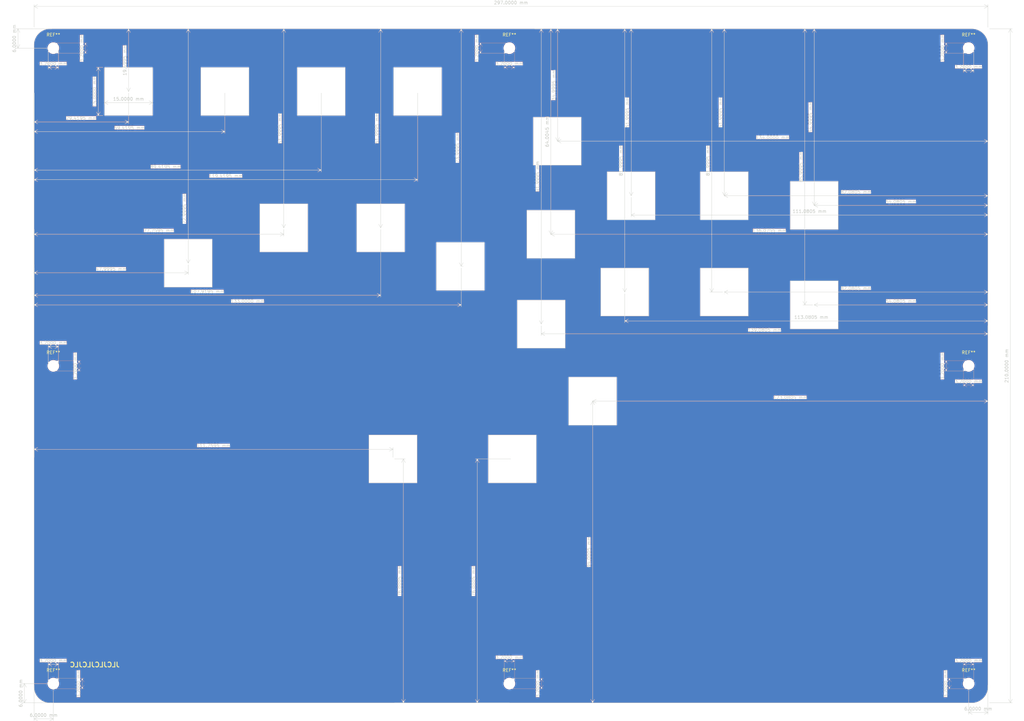
<source format=kicad_pcb>
(kicad_pcb (version 20241229) (generator "pcbnew") (generator_version "9.0")
  (layers (0 "F.Cu" signal) (2 "B.Cu" signal) (13 "F.Paste" user) (15 "B.Paste" user) (5 "F.SilkS" user "F.Silkscreen") (7 "B.SilkS" user "B.Silkscreen") (1 "F.Mask" user) (3 "B.Mask" user) (25 "Edge.Cuts" user))
  (net 0 "")
  (net 1 "GND")
  (footprint "MountingHole:MountingHole_3.2mm_M3" (layer "F.Cu") (at 341 234)
    (property "Reference" "REF**" (at 0 -4.15 0) (layer "F.SilkS"))
    (property "Value" "MountingHole_3.2mm_M3")
    (pad "" np_thru_hole circle (at 0 0) (size 3.2 3.2) (drill 3.2) (layers "*.Cu" "*.Mask"))
  )
  (footprint "MountingHole:MountingHole_3.2mm_M3" (layer "F.Cu") (at 56 36)
    (property "Reference" "REF**" (at 0 -4.15 0) (layer "F.SilkS"))
    (property "Value" "MountingHole_3.2mm_M3")
    (pad "" np_thru_hole circle (at 0 0) (size 3.2 3.2) (drill 3.2) (layers "*.Cu" "*.Mask"))
  )
  (footprint "MountingHole:MountingHole_3.2mm_M3" (layer "F.Cu") (at 56 135)
    (property "Reference" "REF**" (at 0 -4.15 0) (layer "F.SilkS"))
    (property "Value" "MountingHole_3.2mm_M3")
    (pad "" np_thru_hole circle (at 0 0) (size 3.2 3.2) (drill 3.2) (layers "*.Cu" "*.Mask"))
  )
  (footprint "MountingHole:MountingHole_3.2mm_M3" (layer "F.Cu") (at 198 36)
    (property "Reference" "REF**" (at 0 -4.15 0) (layer "F.SilkS"))
    (property "Value" "MountingHole_3.2mm_M3" (hide yes))
    (pad "" np_thru_hole circle (at 0 0) (size 3.2 3.2) (drill 3.2) (layers "*.Cu" "*.Mask"))
  )
  (footprint "MountingHole:MountingHole_3.2mm_M3" (layer "F.Cu") (at 56 234)
    (property "Reference" "REF**" (at 0 -4.15 0) (layer "F.SilkS"))
    (property "Value" "MountingHole_3.2mm_M3")
    (pad "" np_thru_hole circle (at 0 0) (size 3.2 3.2) (drill 3.2) (layers "*.Cu" "*.Mask"))
  )
  (footprint "MountingHole:MountingHole_3.2mm_M3" (layer "F.Cu") (at 341 36)
    (property "Reference" "REF**" (at 0 -4.15 0) (layer "F.SilkS"))
    (property "Value" "MountingHole_3.2mm_M3")
    (pad "" np_thru_hole circle (at 0 0) (size 3.2 3.2) (drill 3.2) (layers "*.Cu" "*.Mask"))
  )
  (footprint "MountingHole:MountingHole_3.2mm_M3" (layer "F.Cu") (at 341 135)
    (property "Reference" "REF**" (at 0 -4.15 0) (layer "F.SilkS"))
    (property "Value" "MountingHole_3.2mm_M3")
    (pad "" np_thru_hole circle (at 0 0) (size 3.2 3.2) (drill 3.2) (layers "*.Cu" "*.Mask"))
  )
  (footprint "MountingHole:MountingHole_3.2mm_M3" (layer "F.Cu") (at 198 234)
    (property "Reference" "REF**" (at 0 -4.15 0) (layer "F.SilkS"))
    (property "Value" "MountingHole_3.2mm_M3")
    (pad "" np_thru_hole circle (at 0 0) (size 3.2 3.2) (drill 3.2) (layers "*.Cu" "*.Mask"))
  )
  (gr_arc (start 50 35) (mid 51.464466 31.464466) (end 55 30) (stroke (width 0.1)) (layer "Edge.Cuts"))
  (gr_arc (start 342 30) (mid 345.535534 31.464466) (end 347 35) (stroke (width 0.1)) (layer "Edge.Cuts"))
  (gr_arc (start 55 240) (mid 51.464466 238.535534) (end 50 235) (stroke (width 0.1)) (layer "Edge.Cuts"))
  (gr_rect (start 257.419466 74.499466) (end 272.419466 89.499466) (stroke (width 0.1)) (fill no) (layer "Edge.Cuts"))
  (gr_rect (start 154.259466 156.499466) (end 169.259466 171.499466) (stroke (width 0.1)) (fill no) (layer "Edge.Cuts"))
  (gr_circle (center 341 36) (end 342.6 36) (stroke (width 0.05)) (fill no) (layer "Edge.Cuts"))
  (gr_rect (start 71.919466 41.999466) (end 86.919466 56.999466) (stroke (width 0.1)) (fill no) (layer "Edge.Cuts"))
  (gr_rect (start 226.419466 104.499466) (end 241.419466 119.499466) (stroke (width 0.1)) (fill no) (layer "Edge.Cuts"))
  (gr_rect (start 191.419466 156.499466) (end 206.419466 171.499466) (stroke (width 0.1)) (fill no) (layer "Edge.Cuts"))
  (gr_rect (start 228.419466 74.499466) (end 243.419466 89.499466) (stroke (width 0.1)) (fill no) (layer "Edge.Cuts"))
  (gr_circle (center 341 135) (end 342.6 135) (stroke (width 0.05)) (fill no) (layer "Edge.Cuts"))
  (gr_rect (start 285.419466 108.499466) (end 300.419466 123.499466) (stroke (width 0.1)) (fill no) (layer "Edge.Cuts"))
  (gr_rect (start 216.419466 138.499466) (end 231.419466 153.499466) (stroke (width 0.1)) (fill no) (layer "Edge.Cuts"))
  (gr_rect (start 205.414466 57.499466) (end 220.414466 72.499466) (stroke (width 0.1)) (fill no) (layer "Edge.Cuts"))
  (gr_circle (center 198 234) (end 199.6 234) (stroke (width 0.05)) (fill no) (layer "Edge.Cuts"))
  (gr_rect (start 101.919466 41.999466) (end 116.919466 56.999466) (stroke (width 0.1)) (fill no) (layer "Edge.Cuts"))
  (gr_circle (center 56 36) (end 57.6 36) (stroke (width 0.1)) (fill no) (layer "Edge.Cuts"))
  (gr_circle (center 56 135) (end 57.6 135) (stroke (width 0.1)) (fill no) (layer "Edge.Cuts"))
  (gr_circle (center 198 36) (end 199.6 36) (stroke (width 0.05)) (fill no) (layer "Edge.Cuts"))
  (gr_rect (start 150.419466 84.499466) (end 165.419466 99.499466) (stroke (width 0.1)) (fill no) (layer "Edge.Cuts"))
  (gr_arc (start 347 235) (mid 345.535534 238.535534) (end 342 240) (stroke (width 0.1)) (layer "Edge.Cuts"))
  (gr_circle (center 56 234) (end 57.6 234) (stroke (width 0.05)) (fill no) (layer "Edge.Cuts"))
  (gr_rect (start 200.419466 114.499466) (end 215.419466 129.499466) (stroke (width 0.1)) (fill no) (layer "Edge.Cuts"))
  (gr_rect (start 131.919466 41.999466) (end 146.919466 56.999466) (stroke (width 0.1)) (fill no) (layer "Edge.Cuts"))
  (gr_rect (start 175.259466 96.499466) (end 190.259466 111.499466) (stroke (width 0.1)) (fill no) (layer "Edge.Cuts"))
  (gr_line (start 347 235) (end 347 35) (stroke (width 0.1)) (layer "Edge.Cuts"))
  (gr_rect (start 285.419466 77.499466) (end 300.419466 92.499466) (stroke (width 0.1)) (fill no) (layer "Edge.Cuts"))
  (gr_rect (start 203.424466 86.504466) (end 218.424466 101.504466) (stroke (width 0.1)) (fill no) (layer "Edge.Cuts"))
  (gr_rect (start 161.919466 41.999466) (end 176.919466 56.999466) (stroke (width 0.1)) (fill no) (layer "Edge.Cuts"))
  (gr_rect (start 257.419466 104.499466) (end 272.419466 119.499466) (stroke (width 0.1)) (fill no) (layer "Edge.Cuts"))
  (gr_line (start 342 30) (end 55 30) (stroke (width 0.1)) (layer "Edge.Cuts"))
  (gr_rect (start 90.499466 95.499466) (end 105.499466 110.499466) (stroke (width 0.1)) (fill no) (layer "Edge.Cuts"))
  (gr_circle (center 341 234) (end 342.6 234) (stroke (width 0.05)) (fill no) (layer "Edge.Cuts"))
  (gr_rect (start 120.259466 84.499466) (end 135.259466 99.499466) (stroke (width 0.1)) (fill no) (layer "Edge.Cuts"))
  (gr_line (start 50 235) (end 50 35) (stroke (width 0.1)) (layer "Edge.Cuts"))
  (gr_line (start 342 240) (end 55 240) (stroke (width 0.1)) (layer "Edge.Cuts"))
  (gr_text "JLCJLCJLCJLC" (at 61 229 0) (layer "F.SilkS") (effects (font (size 1.5 1.5) (thickness 0.3) (bold yes)) (justify right bottom mirror)))
  (dimension (type aligned) (layer "Edge.Cuts") (pts (xy 347 30) (xy 347 240)) (height -7) (format (prefix "") (suffix "") (units 3) (units_format 1) (precision 4)) (style (thickness 0.1) (arrow_length 1.27) (text_position_mode 0) (arrow_direction outward) (extension_height 0.58642) (extension_offset 0.5) (keep_text_aligned yes)) (gr_text "210.0000 mm" (at 352.85 135 90) (layer "Edge.Cuts") (effects (font (size 1 1) (thickness 0.15)))))
  (dimension (type aligned) (layer "Edge.Cuts") (pts (xy 347 30) (xy 50 30)) (height 7) (format (prefix "") (suffix "") (units 3) (units_format 1) (precision 4)) (style (thickness 0.1) (arrow_length 1.27) (text_position_mode 0) (arrow_direction outward) (extension_height 0.58642) (extension_offset 0.5) (keep_text_aligned yes)) (gr_text "297.0000 mm" (at 198.5 21.85 0) (layer "Edge.Cuts") (effects (font (size 1 1) (thickness 0.15)))))
  (dimension (type orthogonal) (layer "Edge.Cuts") (pts (xy 264.919466 81.999466) (xy 347 81.999466)) (height 0) (orientation 0) (format (prefix "") (suffix "") (units 3) (units_format 1) (precision 4)) (style (thickness 0.1) (arrow_length 1.27) (text_position_mode 0) (arrow_direction outward) (extension_height 0.58642) (extension_offset 0.5) (keep_text_aligned yes)) (gr_text "82.0805 mm" (at 305.959733 80.849466 0) (layer "Edge.Cuts") (effects (font (size 1 1) (thickness 0.15)))))
  (dimension (type orthogonal) (layer "Edge.Cuts") (pts (xy 341 34.4) (xy 341 37.6)) (height -7) (orientation 1) (format (prefix "") (suffix "") (units 3) (units_format 1) (precision 4)) (style (thickness 0.05) (arrow_length 1.27) (text_position_mode 0) (arrow_direction outward) (extension_height 0.58642) (extension_offset 0.5) (keep_text_aligned yes)) (gr_text "3.2000 mm" (at 332.85 36 90) (layer "Edge.Cuts") (effects (font (size 1 1) (thickness 0.15)))))
  (dimension (type orthogonal) (layer "Edge.Cuts") (pts (xy 169.419466 49.499466) (xy 50 49.499466)) (height 27.500534) (orientation 0) (format (prefix "") (suffix "") (units 3) (units_format 1) (precision 4)) (style (thickness 0.1) (arrow_length 1.27) (text_position_mode 0) (arrow_direction outward) (extension_height 0.58642) (extension_offset 0.5) (keep_text_aligned yes)) (gr_text "119.4195 mm" (at 109.709733 75.85 0) (layer "Edge.Cuts") (effects (font (size 1 1) (thickness 0.15)))))
  (dimension (type orthogonal) (layer "Edge.Cuts") (pts (xy 56 234) (xy 56 240)) (height -9) (orientation 1) (format (prefix "") (suffix "") (units 3) (units_format 1) (precision 4)) (style (thickness 0.1) (arrow_length 1.27) (text_position_mode 0) (arrow_direction outward) (extension_height 0.58642) (extension_offset 0.5) (keep_text_aligned yes)) (gr_text "6.0000 mm" (at 45.85 237 90) (layer "Edge.Cuts") (effects (font (size 1 1) (thickness 0.15)))))
  (dimension (type orthogonal) (layer "Edge.Cuts") (pts (xy 161.759466 163.999466) (xy 50 163.999466)) (height -2.999466) (orientation 0) (format (prefix "") (suffix "") (units 3) (units_format 1) (precision 4)) (style (thickness 0.1) (arrow_length 1.27) (text_position_mode 0) (arrow_direction outward) (extension_height 0.58642) (extension_offset 0.5) (keep_text_aligned yes)) (gr_text "111.7595 mm" (at 105.879733 159.85 0) (layer "Edge.Cuts") (effects (font (size 1 1) (thickness 0.15)))))
  (dimension (type orthogonal) (layer "Edge.Cuts") (pts (xy 210.924466 94.004466) (xy 210.924466 30)) (height 0) (orientation 1) (format (prefix "") (suffix "") (units 3) (units_format 1) (precision 4)) (style (thickness 0.1) (arrow_length 1.27) (text_position_mode 0) (arrow_direction outward) (extension_height 0.58642) (extension_offset 0.5) (keep_text_aligned yes)) (gr_text "64.0045 mm" (at 209.774466 62.002233 90) (layer "Edge.Cuts") (effects (font (size 1 1) (thickness 0.15)))))
  (dimension (type orthogonal) (layer "Edge.Cuts") (pts (xy 182.759466 103.999466) (xy 183 30)) (height 0.240534) (orientation 1) (format (prefix "") (suffix "") (units 3) (units_format 1) (precision 4)) (style (thickness 0.1) (arrow_length 1.27) (text_position_mode 0) (arrow_direction outward) (extension_height 0.58642) (extension_offset 0.5) (keep_text_aligned yes)) (gr_text "73.9995 mm" (at 181.85 66.999733 90) (layer "Edge.Cuts") (effects (font (size 1 1) (thickness 0.15)))))
  (dimension (type orthogonal) (layer "Edge.Cuts") (pts (xy 341 234) (xy 347 234)) (height 9) (orientation 0) (format (prefix "") (suffix "") (units 3) (units_format 1) (precision 4)) (style (thickness 0.1) (arrow_length 1.27) (text_position_mode 0) (arrow_direction outward) (extension_height 0.58642) (extension_offset 0.5) (keep_text_aligned yes)) (gr_text "6.0000 mm" (at 344 241.85 0) (layer "Edge.Cuts") (effects (font (size 1 1) (thickness 0.15)))))
  (dimension (type orthogonal) (layer "Edge.Cuts") (pts (xy 56 234) (xy 50 234)) (height 11) (orientation 0) (format (prefix "") (suffix "") (units 3) (units_format 1) (precision 4)) (style (thickness 0.1) (arrow_length 1.27) (text_position_mode 0) (arrow_direction outward) (extension_height 0.58642) (extension_offset 0.5) (keep_text_aligned yes)) (gr_text "6.0000 mm" (at 53 243.85 0) (layer "Edge.Cuts") (effects (font (size 1 1) (thickness 0.15)))))
  (dimension (type orthogonal) (layer "Edge.Cuts") (pts (xy 212.914466 64.999466) (xy 212.914466 30)) (height 0.085534) (orientation 1) (format (prefix "") (suffix "") (units 3) (units_format 1) (precision 4)) (style (thickness 0.1) (arrow_length 1.27) (text_position_mode 0) (arrow_direction outward) (extension_height 0.58642) (extension_offset 0.5) (keep_text_aligned yes)) (gr_text "34.9995 mm" (at 211.85 47.499733 90) (layer "Edge.Cuts") (effects (font (size 1 1) (thickness 0.15)))))
  (dimension (type orthogonal) (layer "Edge.Cuts") (pts (xy 79.419466 49.499466) (xy 79.419466 30)) (height 0) (orientation 1) (format (prefix "") (suffix "") (units 3) (units_format 1) (precision 4)) (style (thickness 0.1) (arrow_length 1.27) (text_position_mode 0) (arrow_direction outward) (extension_height 0.58642) (extension_offset 0.5) (keep_text_aligned yes)) (gr_text "19.4995 mm" (at 78.269466 39.749733 90) (layer "Edge.Cuts") (effects (font (size 1 1) (thickness 0.15)))))
  (dimension (type orthogonal) (layer "Edge.Cuts") (pts (xy 71.919466 41.999466) (xy 86.919466 41.999466)) (height 11.000534) (orientation 0) (format (prefix "") (suffix "") (units 3) (units_format 1) (precision 4)) (style (thickness 0.1) (arrow_length 1.27) (text_position_mode 0) (arrow_direction outward) (extension_height 0.58642) (extension_offset 0.5) (keep_text_aligned yes)) (gr_text "15.0000 mm" (at 79.419466 51.85 0) (layer "Edge.Cuts") (effects (font (size 1 1) (thickness 0.15)))))
  (dimension (type orthogonal) (layer "Edge.Cuts") (pts (xy 233.919466 111.999466) (xy 234 30)) (height 0) (orientation 1) (format (prefix "") (suffix "") (units 3) (units_format 1) (precision 4)) (style (thickness 0.1) (arrow_length 1.27) (text_position_mode 0) (arrow_direction outward) (extension_height 0.58642) (extension_offset 0.5) (keep_text_aligned yes)) (gr_text "81.9995 mm" (at 232.769466 70.999733 90) (layer "Edge.Cuts") (effects (font (size 1 1) (thickness 0.15)))))
  (dimension (type orthogonal) (layer "Edge.Cuts") (pts (xy 235.919466 81.999466) (xy 347 81.999466)) (height 6.000534) (orientation 0) (format (prefix "") (suffix "") (units 3) (units_format 1) (precision 4)) (style (thickness 0.1) (arrow_length 1.27) (text_position_mode 0) (arrow_direction outward) (extension_height 0.58642) (extension_offset 0.5) (keep_text_aligned yes)) (gr_text "111.0805 mm" (at 291.459733 86.85 0) (layer "Edge.Cuts") (effects (font (size 1 1) (thickness 0.15)))))
  (dimension (type orthogonal) (layer "Edge.Cuts") (pts (xy 50 49.499466) (xy 79.419466 49.499466)) (height 9.500534) (orientation 0) (format (prefix "") (suffix "") (units 3) (units_format 1) (precision 4)) (style (thickness 0.1) (arrow_length 1.27) (text_position_mode 0) (arrow_direction outward) (extension_height 0.58642) (extension_offset 0.5) (keep_text_aligned yes)) (gr_text "29.4195 mm" (at 64.709733 57.85 0) (layer "Edge.Cuts") (effects (font (size 1 1) (thickness 0.15)))))
  (dimension (type orthogonal) (layer "Edge.Cuts") (pts (xy 198.919466 163.999466) (xy 198.5 240)) (height -10.919466) (orientation 1) (format (prefix "") (suffix "") (units 3) (units_format 1) (precision 4)) (style (thickness 0.1) (arrow_length 1.27) (text_position_mode 0) (arrow_direction outward) (extension_height 0.58642) (extension_offset 0.5) (keep_text_aligned yes)) (gr_text "76.0005 mm" (at 186.85 201.999733 90) (layer "Edge.Cuts") (effects (font (size 1 1) (thickness 0.15)))))
  (dimension (type orthogonal) (layer "Edge.Cuts") (pts (xy 339.4 234) (xy 342.6 234)) (height -6) (orientation 0) (format (prefix "") (suffix "") (units 3) (units_format 1) (precision 4)) (style (thickness 0.05) (arrow_length 1.27) (text_position_mode 0) (arrow_direction outward) (extension_height 0.58642) (extension_offset 0.5) (keep_text_aligned yes)) (gr_text "3.2000 mm" (at 341 226.85 0) (layer "Edge.Cuts") (effects (font (size 1 1) (thickness 0.15)))))
  (dimension (type orthogonal) (layer "Edge.Cuts") (pts (xy 56 136.6) (xy 56 133.4)) (height 8) (orientation 1) (format (prefix "") (suffix "") (units 3) (units_format 1) (precision 4)) (style (thickness 0.05) (arrow_length 1.27) (text_position_mode 0) (arrow_direction outward) (extension_height 0.58642) (extension_offset 0.5) (keep_text_aligned yes)) (gr_text "3.2000 mm" (at 62.85 135 90) (layer "Edge.Cuts") (effects (font (size 1 1) (thickness 0.15)))))
  (dimension (type orthogonal) (layer "Edge.Cuts") (pts (xy 56 34.4) (xy 56 37.6)) (height 10) (orientation 1) (format (prefix "") (suffix "") (units 3) (units_format 1) (precision 4)) (style (thickness 0.05) (arrow_length 1.27) (text_position_mode 0) (arrow_direction outward) (extension_height 0.58642) (extension_offset 0.5) (keep_text_aligned yes)) (gr_text "3.2000 mm" (at 64.85 36 90) (layer "Edge.Cuts") (effects (font (size 1 1) (thickness 0.15)))))
  (dimension (type orthogonal) (layer "Edge.Cuts") (pts (xy 213 64.999466) (xy 347 64.999466)) (height 0) (orientation 0) (format (prefix "") (suffix "") (units 3) (units_format 1) (precision 4)) (style (thickness 0.1) (arrow_length 1.27) (text_position_mode 0) (arrow_direction outward) (extension_height 0.58642) (extension_offset 0.5) (keep_text_aligned yes)) (gr_text "134.0000 mm" (at 280 63.849466 0) (layer "Edge.Cuts") (effects (font (size 1 1) (thickness 0.15)))))
  (dimension (type orthogonal) (layer "Edge.Cuts") (pts (xy 183 103.999466) (xy 50 104)) (height 12.000534) (orientation 0) (format (prefix "") (suffix "") (units 3) (units_format 1) (precision 4)) (style (thickness 0.1) (arrow_length 1.27) (text_position_mode 0) (arrow_direction outward) (extension_height 0.58642) (extension_offset 0.5) (keep_text_aligned yes)) (gr_text "133.0000 mm" (at 116.5 114.85 0) (layer "Edge.Cuts") (effects (font (size 1 1) (thickness 0.15)))))
  (dimension (type orthogonal) (layer "Edge.Cuts") (pts (xy 56 232.4) (xy 56 235.6)) (height 9) (orientation 1) (format (prefix "") (suffix "") (units 3) (units_format 1) (precision 4)) (style (thickness 0.05) (arrow_length 1.27) (text_position_mode 0) (arrow_direction outward) (extension_height 0.58642) (extension_offset 0.5) (keep_text_aligned yes)) (gr_text "3.2000 mm" (at 63.85 234 90) (layer "Edge.Cuts") (effects (font (size 1 1) (thickness 0.15)))))
  (dimension (type orthogonal) (layer "Edge.Cuts") (pts (xy 54.4 234) (xy 57.6 234)) (height -6) (orientation 0) (format (prefix "") (suffix "") (units 3) (units_format 1) (precision 4)) (style (thickness 0.1) (arrow_length 1.27) (text_position_mode 0) (arrow_direction outward) (extension_height 0.58642) (extension_offset 0.5) (keep_text_aligned yes)) (gr_text "3.2000 mm" (at 56 226.85 0) (layer "Edge.Cuts") (effects (font (size 1 1) (thickness 0.15)))))
  (dimension (type orthogonal) (layer "Edge.Cuts") (pts (xy 161.759466 163.999466) (xy 161.759466 240)) (height 3.240534) (orientation 1) (format (prefix "") (suffix "") (units 3) (units_format 1) (precision 4)) (style (thickness 0.1) (arrow_length 1.27) (text_position_mode 0) (arrow_direction outward) (extension_height 0.58642) (extension_offset 0.5) (keep_text_aligned yes)) (gr_text "76.0005 mm" (at 163.85 201.999733 90) (layer "Edge.Cuts") (effects (font (size 1 1) (thickness 0.15)))))
  (dimension (type orthogonal) (layer "Edge.Cuts") (pts (xy 127.759466 91.999466) (xy 50 91.999466)) (height 2.000534) (orientation 0) (format (prefix "") (suffix "") (units 3) (units_format 1) (precision 4)) (style (thickness 0.1) (arrow_length 1.27) (text_position_mode 0) (arrow_direction outward) (extension_height 0.58642) (extension_offset 0.5) (keep_text_aligned yes)) (gr_text "77.7595 mm" (at 88.879733 92.85 0) (layer "Edge.Cuts") (effects (font (size 1 1) (thickness 0.15)))))
  (dimension (type orthogonal) (layer "Edge.Cuts") (pts (xy 196.4 36) (xy 199.6 36)) (height 6) (orientation 0) (format (prefix "") (suffix "") (units 3) (units_format 1) (precision 4)) (style (thickness 0.05) (arrow_length 1.27) (text_position_mode 0) (arrow_direction outward) (extension_height 0.58642) (extension_offset 0.5) (keep_text_aligned yes)) (gr_text "3.2000 mm" (at 198 40.85 0) (layer "Edge.Cuts") (effects (font (size 1 1) (thickness 0.15)))))
  (dimension (type orthogonal) (layer "Edge.Cuts") (pts (xy 292.919466 84.999466) (xy 347 84.999466)) (height 0) (orientation 0) (format (prefix "") (suffix "") (units 3) (units_format 1) (precision 4)) (style (thickness 0.1) (arrow_length 1.27) (text_position_mode 0) (arrow_direction outward) (extension_height 0.58642) (extension_offset 0.5) (keep_text_aligned yes)) (gr_text "54.0805 mm" (at 319.959733 83.849466 0) (layer "Edge.Cuts") (effects (font (size 1 1) (thickness 0.15)))))
  (dimension (type orthogonal) (layer "Edge.Cuts") (pts (xy 264.919466 81.999466) (xy 264.919466 30)) (height 0) (orientation 1) (format (prefix "") (suffix "") (units 3) (units_format 1) (precision 4)) (style (thickness 0.1) (arrow_length 1.27) (text_position_mode 0) (arrow_direction outward) (extension_height 0.58642) (extension_offset 0.5) (keep_text_aligned yes)) (gr_text "51.9995 mm" (at 263.769466 55.999733 90) (layer "Edge.Cuts") (effects (font (size 1 1) (thickness 0.15)))))
  (dimension (type orthogonal) (layer "Edge.Cuts") (pts (xy 207.919466 121.999466) (xy 205.414466 30)) (height 0) (orientation 1) (format (prefix "") (suffix "") (units 3) (units_format 1) (precision 4)) (style (thickness 0.1) (arrow_length 1.27) (text_position_mode 0) (arrow_direction outward) (extension_height 0.58642) (extension_offset 0.5) (keep_text_aligned yes)) (gr_text "91.9995 mm" (at 206.769466 75.999733 90) (layer "Edge.Cuts") (effects (font (size 1 1) (thickness 0.15)))))
  (dimension (type orthogonal) (layer "Edge.Cuts") (pts (xy 339.4 135) (xy 342.6 135)) (height 6) (orientation 0) (format (prefix "") (suffix "") (units 3) (units_format 1) (precision 4)) (style (thickness 0.05) (arrow_length 1.27) (text_position_mode 0) (arrow_direction outward) (extension_height 0.58642) (extension_offset 0.5) (keep_text_aligned yes)) (gr_text "3.2000 mm" (at 341 139.85 0) (layer "Edge.Cuts") (effects (font (size 1 1) (thickness 0.15)))))
  (dimension (type orthogonal) (layer "Edge.Cuts") (pts (xy 198 232.4) (xy 198 235.6)) (height 10) (orientation 1) (format (prefix "") (suffix "") (units 3) (units_format 1) (precision 4)) (style (thickness 0.05) (arrow_length 1.27) (text_position_mode 0) (arrow_direction outward) (extension_height 0.58642) (extension_offset 0.5) (keep_text_aligned yes)) (gr_text "3.2000 mm" (at 206.85 234 90) (layer "Edge.Cuts") (effects (font (size 1 1) (thickness 0.15)))))
  (dimension (type orthogonal) (layer "Edge.Cuts") (pts (xy 210.924466 94.004466) (xy 347 94.004466)) (height 0) (orientation 0) (format (prefix "") (suffix "") (units 3) (units_format 1) (precision 4)) (style (thickness 0.1) (arrow_length 1.27) (text_position_mode 0) (arrow_direction outward) (extension_height 0.58642) (extension_offset 0.5) (keep_text_aligned yes)) (gr_text "136.0755 mm" (at 278.962233 92.854466 0) (layer "Edge.Cuts") (effects (font (size 1 1) (thickness 0.15)))))
  (dimension (type orthogonal) (layer "Edge.Cuts") (pts (xy 157.919466 91.999466) (xy 158 30)) (height 0) (orientation 1) (format (prefix "") (suffix "") (units 3) (units_format 1) (precision 4)) (style (thickness 0.1) (arrow_length 1.27) (text_position_mode 0) (arrow_direction outward) (extension_height 0.58642) (extension_offset 0.5) (keep_text_aligned yes)) (gr_text "61.9995 mm" (at 156.769466 60.999733 90) (layer "Edge.Cuts") (effects (font (size 1 1) (thickness 0.15)))))
  (dimension (type orthogonal) (layer "Edge.Cuts") (pts (xy 207.919466 121.999466) (xy 347 121.999466)) (height 3.000534) (orientation 0) (format (prefix "") (suffix "") (units 3) (units_format 1) (precision 4)) (style (thickness 0.1) (arrow_length 1.27) (text_position_mode 0) (arrow_direction outward) (extension_height 0.58642) (extension_offset 0.5) (keep_text_aligned yes)) (gr_text "139.0805 mm" (at 277.459733 123.85 0) (layer "Edge.Cuts") (effects (font (size 1 1) (thickness 0.15)))))
  (dimension (type orthogonal) (layer "Edge.Cuts") (pts (xy 71.919466 41.999466) (xy 71.919466 56.999466)) (height -1.919466) (orientation 1) (format (prefix "") (suffix "") (units 3) (units_format 1) (precision 4)) (style (thickness 0.1) (arrow_length 1.27) (text_position_mode 0) (arrow_direction outward) (extension_height 0.58642) (extension_offset 0.5) (keep_text_aligned yes)) (gr_text "15.0000 mm" (at 68.85 49.499466 90) (layer "Edge.Cuts") (effects (font (size 1 1) (thickness 0.15)))))
  (dimension (type orthogonal) (layer "Edge.Cuts") (pts (xy 264.919466 111.999466) (xy 264.919466 30)) (height -3.919466) (orientation 1) (format (prefix "") (suffix "") (units 3) (units_format 1) (precision 4)) (style (thickness 0.1) (arrow_length 1.27) (text_position_mode 0) (arrow_direction outward) (extension_height 0.58642) (extension_offset 0.5) (keep_text_aligned yes)) (gr_text "81.9995 mm" (at 259.85 70.999733 90) (layer "Edge.Cuts") (effects (font (size 1 1) (thickness 0.15)))))
  (dimension (type orthogonal) (layer "Edge.Cuts") (pts (xy 139.419466 49.499466) (xy 50 49.499466)) (height 24.500534) (orientation 0) (format (prefix "") (suffix "") (units 3) (units_format 1) (precision 4)) (style (thickness 0.1) (arrow_length 1.27) (text_position_mode 2) (arrow_direction outward) (extension_height 0.58642) (extension_offset 0.5) (keep_text_aligned yes)) (gr_text "89.4195 mm" (at 91 73 0) (layer "Edge.Cuts") (effects (font (size 1 1) (thickness 0.15)))))
  (dimension (type orthogonal) (layer "Edge.Cuts") (pts (xy 127.759466 91.999466) (xy 127.759466 30)) (height 0) (orientation 1) (format (prefix "") (suffix "") (units 3) (units_format 1) (precision 4)) (style (thickness 0.1) (arrow_length 1.27) (text_position_mode 0) (arrow_direction outward) (extension_height 0.58642) (extension_offset 0.5) (keep_text_aligned yes)) (gr_text "61.9995 mm" (at 126.609466 60.999733 90) (layer "Edge.Cuts") (effects (font (size 1 1) (thickness 0.15)))))
  (dimension (type orthogonal) (layer "Edge.Cuts") (pts (xy 292.919466 115.999466) (xy 347 115.999466)) (height 0) (orientation 0) (format (prefix "") (suffix "") (units 3) (units_format 1) (precision 4)) (style (thickness 0.1) (arrow_length 1.27) (text_position_mode 0) (arrow_direction outward) (extension_height 0.58642) (extension_offset 0.5) (keep_text_aligned yes)) (gr_text "54.0805 mm" (at 319.959733 114.849466 0) (layer "Edge.Cuts") (effects (font (size 1 1) (thickness 0.15)))))
  (dimension (type orthogonal) (layer "Edge.Cuts") (pts (xy 97.999466 102.999466) (xy 50 102.999466)) (height 3.000534) (orientation 0) (format (prefix "") (suffix "") (units 3) (units_format 1) (precision 4)) (style (thickness 0.1) (arrow_length 1.27) (text_position_mode 0) (arrow_direction outward) (extension_height 0.58642) (extension_offset 0.5) (keep_text_aligned yes)) (gr_text "47.9995 mm" (at 73.999733 104.85 0) (layer "Edge.Cuts") (effects (font (size 1 1) (thickness 0.15)))))
  (dimension (type orthogonal) (layer "Edge.Cuts") (pts (xy 109.419466 49.499466) (xy 50 49.499466)) (height 12.500534) (orientation 0) (format (prefix "") (suffix "") (units 3) (units_format 1) (precision 4)) (style (thickness 0.1) (arrow_length 1.27) (text_position_mode 0) (arrow_direction outward) (extension_height 0.58642) (extension_offset 0.5) (keep_text_aligned yes)) (gr_text "59.4195 mm" (at 79.709733 60.85 0) (layer "Edge.Cuts") (effects (font (size 1 1) (thickness 0.15)))))
  (dimension (type orthogonal) (layer "Edge.Cuts") (pts (xy 233.919466 111.999466) (xy 347 112)) (height 9.000534) (orientation 0) (format (prefix "") (suffix "") (units 3) (units_format 1) (precision 4)) (style (thickness 0.1) (arrow_length 1.27) (text_position_mode 2) (arrow_direction outward) (extension_height 0.58642) (extension_offset 0.5) (keep_text_aligned yes)) (gr_text "113.0805 mm" (at 292 119.85 0) (layer "Edge.Cuts") (effects (font (size 1 1) (thickness 0.15)))))
  (dimension (type orthogonal) (layer "Edge.Cuts") (pts (xy 157.919466 91.999466) (xy 50 91.999466)) (height 21.000534) (orientation 0) (format (prefix "") (suffix "") (units 3) (units_format 1) (precision 4)) (style (thickness 0.1) (arrow_length 1.27) (text_position_mode 0) (arrow_direction outward) (extension_height 0.58642) (extension_offset 0.5) (keep_text_aligned yes)) (gr_text "107.9195 mm" (at 103.959733 111.85 0) (layer "Edge.Cuts") (effects (font (size 1 1) (thickness 0.15)))))
  (dimension (type orthogonal) (layer "Edge.Cuts") (pts (xy 341 133.4) (xy 341 136.6)) (height -7) (orientation 1) (format (prefix "") (suffix "") (units 3) (units_format 1) (precision 4)) (style (thickness 0.05) (arrow_length 1.27) (text_position_mode 0) (arrow_direction outward) (extension_height 0.58642) (extension_offset 0.5) (keep_text_aligned yes)) (gr_text "3.2000 mm" (at 332.85 135 90) (layer "Edge.Cuts") (effects (font (size 1 1) (thickness 0.15)))))
  (dimension (type orthogonal) (layer "Edge.Cuts") (pts (xy 56 36) (xy 56 30)) (height -11) (orientation 1) (format (prefix "") (suffix "") (units 3) (units_format 1) (precision 4)) (style (thickness 0.1) (arrow_length 1.27) (text_position_mode 0) (arrow_direction outward) (extension_height 0.58642) (extension_offset 0.5) (keep_text_aligned yes)) (gr_text "6.0000 mm" (at 43.85 33 90) (layer "Edge.Cuts") (effects (font (size 1 1) (thickness 0.15)))))
  (dimension (type orthogonal) (layer "Edge.Cuts") (pts (xy 292.919466 84.999466) (xy 292.919466 30)) (height 0) (orientation 1) (format (prefix "") (suffix "") (units 3) (units_format 1) (precision 4)) (style (thickness 0.1) (arrow_length 1.27) (text_position_mode 0) (arrow_direction outward) (extension_height 0.58642) (extension_offset 0.5) (keep_text_aligned yes)) (gr_text "54.9995 mm" (at 291.769466 57.499733 90) (layer "Edge.Cuts") (effects (font (size 1 1) (thickness 0.15)))))
  (dimension (type orthogonal) (layer "Edge.Cuts") (pts (xy 198 34.4) (xy 198 37.6)) (height -9) (orientation 1) (format (prefix "") (suffix "") (units 3) (units_format 1) (precision 4)) (style (thickness 0.05) (arrow_length 1.27) (text_position_mode 0) (arrow_direction outward) (extension_height 0.58642) (extension_offset 0.5) (keep_text_aligned yes)) (gr_text "3.2000 mm" (at 187.85 36 90) (layer "Edge.Cuts") (effects (font (size 1 1) (thickness 0.15)))))
  (dimension (type orthogonal) (layer "Edge.Cuts") (pts (xy 97.999466 102.999466) (xy 98 30)) (height 0) (orientation 1) (format (prefix "") (suffix "") (units 3) (units_format 1) (precision 4)) (style (thickness 0.1) (arrow_length 1.27) (text_position_mode 2) (arrow_direction outward) (extension_height 0.58642) (extension_offset 0.5) (keep_text_aligned yes)) (gr_text "72.9995 mm" (at 96.849466 86 90) (layer "Edge.Cuts") (effects (font (size 1 1) (thickness 0.15)))))
  (dimension (type orthogonal) (layer "Edge.Cuts") (pts (xy 292.919466 115.999466) (xy 292.919466 30)) (height -2.919466) (orientation 1) (format (prefix "") (suffix "") (units 3) (units_format 1) (precision 4)) (style (thickness 0.1) (arrow_length 1.27) (text_position_mode 0) (arrow_direction outward) (extension_height 0.58642) (extension_offset 0.5) (keep_text_aligned yes)) (gr_text "85.9995 mm" (at 288.85 72.999733 90) (layer "Edge.Cuts") (effects (font (size 1 1) (thickness 0.15)))))
  (dimension (type orthogonal) (layer "Edge.Cuts") (pts (xy 341 232.4) (xy 341 235.6)) (height -6) (orientation 1) (format (prefix "") (suffix "") (units 3) (units_format 1) (precision 4)) (style (thickness 0.05) (arrow_length 1.27) (text_position_mode 0) (arrow_direction outward) (extension_height 0.58642) (extension_offset 0.5) (keep_text_aligned yes)) (gr_text "3.2000 mm" (at 333.85 234 90) (layer "Edge.Cuts") (effects (font (size 1 1) (thickness 0.15)))))
  (dimension (type orthogonal) (layer "Edge.Cuts") (pts (xy 223.919466 145.999466) (xy 347 145.999466)) (height 0) (orientation 0) (format (prefix "") (suffix "") (units 3) (units_format 1) (precision 4)) (style (thickness 0.1) (arrow_length 1.27) (text_position_mode 0) (arrow_direction outward) (extension_height 0.58642) (extension_offset 0.5) (keep_text_aligned yes)) (gr_text "123.0805 mm" (at 285.459733 144.849466 0) (layer "Edge.Cuts") (effects (font (size 1 1) (thickness 0.15)))))
  (dimension (type orthogonal) (layer "Edge.Cuts") (pts (xy 235.919466 81.999466) (xy 235.919466 30)) (height 0) (orientation 1) (format (prefix "") (suffix "") (units 3) (units_format 1) (precision 4)) (style (thickness 0.1) (arrow_length 1.27) (text_position_mode 0) (arrow_direction outward) (extension_height 0.58642) (extension_offset 0.5) (keep_text_aligned yes)) (gr_text "51.9995 mm" (at 234.769466 55.999733 90) (layer "Edge.Cuts") (effects (font (size 1 1) (thickness 0.15)))))
  (dimension (type orthogonal) (layer "Edge.Cuts") (pts (xy 196.4 234) (xy 199.6 234)) (height -7) (orientation 0) (format (prefix "") (suffix "") (units 3) (units_format 1) (precision 4)) (style (thickness 0.05) (arrow_length 1.27) (text_position_mode 0) (arrow_direction outward) (extension_height 0.58642) (extension_offset 0.5) (keep_text_aligned yes)) (gr_text "3.2000 mm" (at 198 225.85 0) (layer "Edge.Cuts") (effects (font (size 1 1) (thickness 0.15)))))
  (dimension (type orthogonal) (layer "Edge.Cuts") (pts (xy 264.919466 111.999466) (xy 347 112)) (height 0.000534) (orientation 0) (format (prefix "") (suffix "") (units 3) (units_format 1) (precision 4)) (style (thickness 0.1) (arrow_length 1.27) (text_position_mode 0) (arrow_direction outward) (extension_height 0.58642) (extension_offset 0.5) (keep_text_aligned yes)) (gr_text "82.0805 mm" (at 305.959733 110.85 0) (layer "Edge.Cuts") (effects (font (size 1 1) (thickness 0.15)))))
  (dimension (type orthogonal) (layer "Edge.Cuts") (pts (xy 223.919466 145.999466) (xy 223.919466 240)) (height 0) (orientation 1) (format (prefix "") (suffix "") (units 3) (units_format 1) (precision 4)) (style (thickness 0.1) (arrow_length 1.27) (text_position_mode 0) (arrow_direction outward) (extension_height 0.58642) (extension_offset 0.5) (keep_text_aligned yes)) (gr_text "94.0005 mm" (at 222.769466 192.999733 90) (layer "Edge.Cuts") (effects (font (size 1 1) (thickness 0.15)))))
  (dimension (type orthogonal) (layer "Edge.Cuts") (pts (xy 54.4 135) (xy 57.6 135)) (height -6) (orientation 0) (format (prefix "") (suffix "") (units 3) (units_format 1) (precision 4)) (style (thickness 0.1) (arrow_length 1.27) (text_position_mode 0) (arrow_direction outward) (extension_height 0.58642) (extension_offset 0.5) (keep_text_aligned yes)) (gr_text "3.2000 mm" (at 56 127.85 0) (layer "Edge.Cuts") (effects (font (size 1 1) (thickness 0.15)))))
  (dimension (type orthogonal) (layer "Edge.Cuts") (pts (xy 339.4 36) (xy 342.6 36)) (height 7) (orientation 0) (format (prefix "") (suffix "") (units 3) (units_format 1) (precision 4)) (style (thickness 0.1) (arrow_length 1.27) (text_position_mode 0) (arrow_direction outward) (extension_height 0.58642) (extension_offset 0.5) (keep_text_aligned yes)) (gr_text "3.2000 mm" (at 341 41.85 0) (layer "Edge.Cuts") (effects (font (size 1 1) (thickness 0.15)))))
  (dimension (type orthogonal) (layer "Edge.Cuts") (pts (xy 54.4 36) (xy 57.6 36)) (height 6) (orientation 0) (format (prefix "") (suffix "") (units 3) (units_format 1) (precision 4)) (style (thickness 0.1) (arrow_length 1.27) (text_position_mode 0) (arrow_direction outward) (extension_height 0.58642) (extension_offset 0.5) (keep_text_aligned yes)) (gr_text "3.2000 mm" (at 56 40.85 0) (layer "Edge.Cuts") (effects (font (size 1 1) (thickness 0.15)))))
  (zone (net 1) (net_name "GND") (layer "F.Cu") (connect_pads (clearance 0)) (min_thickness 0.25) (fill yes (thermal_gap 0.5) (thermal_bridge_width 0.5))
    (polygon (pts (xy 50 30) (xy 50 240) (xy 347 240) (xy 347 30)))
  )
  (zone (net 1) (net_name "GND") (layer "B.Cu") (priority 1) (connect_pads (clearance 0)) (min_thickness 0.25) (fill yes (thermal_gap 0.5) (thermal_bridge_width 0.5))
    (polygon (pts (xy 50 30) (xy 50 240) (xy 347 240) (xy 347 30)))
  )
)
</source>
